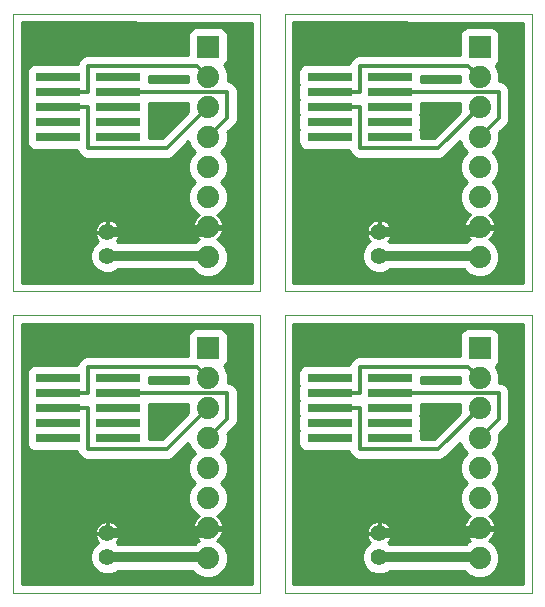
<source format=gtl>
G75*
G70*
%OFA0B0*%
%FSLAX24Y24*%
%IPPOS*%
%LPD*%
%AMOC8*
5,1,8,0,0,1.08239X$1,22.5*
%
%ADD10C,0.0000*%
%ADD11R,0.1500X0.0290*%
%ADD12R,0.0740X0.0740*%
%ADD13C,0.0740*%
%ADD14C,0.0560*%
%ADD15C,0.0320*%
%ADD16C,0.0100*%
%ADD17C,0.0120*%
D10*
X000150Y000150D02*
X000150Y009402D01*
X008400Y009400D01*
X008400Y000150D01*
X000150Y000150D01*
X009205Y000150D02*
X009205Y009402D01*
X017455Y009400D01*
X017455Y000150D01*
X009205Y000150D01*
X009205Y010189D02*
X009205Y019441D01*
X017455Y019439D01*
X017455Y010189D01*
X009205Y010189D01*
X008400Y010189D02*
X008400Y019439D01*
X000150Y019441D01*
X000150Y010189D01*
X008400Y010189D01*
D11*
X010705Y007294D03*
X010705Y006794D03*
X010705Y006294D03*
X010705Y005794D03*
X010705Y005294D03*
X012705Y005294D03*
X012705Y005794D03*
X012705Y006294D03*
X012705Y006794D03*
X012705Y007294D03*
X012705Y015333D03*
X012705Y015833D03*
X012705Y016333D03*
X012705Y016833D03*
X012705Y017333D03*
X010705Y017333D03*
X010705Y016833D03*
X010705Y016333D03*
X010705Y015833D03*
X010705Y015333D03*
X003650Y015333D03*
X003650Y015833D03*
X003650Y016333D03*
X003650Y016833D03*
X003650Y017333D03*
X001650Y017333D03*
X001650Y016833D03*
X001650Y016333D03*
X001650Y015833D03*
X001650Y015333D03*
X001650Y007294D03*
X001650Y006794D03*
X001650Y006294D03*
X001650Y005794D03*
X001650Y005294D03*
X003650Y005294D03*
X003650Y005794D03*
X003650Y006294D03*
X003650Y006794D03*
X003650Y007294D03*
D12*
X006650Y008294D03*
X006650Y018333D03*
X015705Y018333D03*
X015705Y008294D03*
D13*
X015705Y007294D03*
X015705Y006294D03*
X015705Y005294D03*
X015705Y004294D03*
X015705Y003294D03*
X015705Y002294D03*
X015705Y001294D03*
X015705Y011333D03*
X015705Y012333D03*
X015705Y013333D03*
X015705Y014333D03*
X015705Y015333D03*
X015705Y016333D03*
X015705Y017333D03*
X006650Y017333D03*
X006650Y016333D03*
X006650Y015333D03*
X006650Y014333D03*
X006650Y013333D03*
X006650Y012333D03*
X006650Y011333D03*
X006650Y007294D03*
X006650Y006294D03*
X006650Y005294D03*
X006650Y004294D03*
X006650Y003294D03*
X006650Y002294D03*
X006650Y001294D03*
D14*
X003300Y001331D03*
X003300Y002119D03*
X003300Y011370D03*
X003300Y012158D03*
X012355Y012158D03*
X012355Y011370D03*
X012355Y002119D03*
X012355Y001331D03*
D15*
X015668Y001331D01*
X015705Y001294D01*
X015530Y002119D02*
X015705Y002294D01*
X015530Y002119D02*
X012355Y002119D01*
X006650Y002294D02*
X006475Y002119D01*
X003300Y002119D01*
X003300Y001331D02*
X006613Y001331D01*
X006650Y001294D01*
X006650Y011333D02*
X006613Y011370D01*
X003300Y011370D01*
X003300Y012158D02*
X006475Y012158D01*
X006650Y012333D01*
X012355Y012158D02*
X015530Y012158D01*
X015705Y012333D01*
X015668Y011370D02*
X015705Y011333D01*
X015668Y011370D02*
X012355Y011370D01*
D16*
X012711Y011820D02*
X012678Y011854D01*
X012664Y011859D01*
X012683Y011878D01*
X012722Y011933D01*
X012753Y011993D01*
X012774Y012057D01*
X012785Y012124D01*
X012785Y012139D01*
X012374Y012139D01*
X012374Y012177D01*
X012785Y012177D01*
X012785Y012192D01*
X012774Y012259D01*
X012753Y012323D01*
X012722Y012383D01*
X012683Y012438D01*
X012635Y012486D01*
X012580Y012526D01*
X012520Y012556D01*
X012455Y012577D01*
X012389Y012588D01*
X012374Y012588D01*
X012374Y012177D01*
X012336Y012177D01*
X012336Y012588D01*
X012321Y012588D01*
X012254Y012577D01*
X012190Y012556D01*
X012129Y012526D01*
X012075Y012486D01*
X012027Y012438D01*
X011987Y012383D01*
X011956Y012323D01*
X011935Y012259D01*
X011925Y012192D01*
X011925Y012177D01*
X012336Y012177D01*
X012336Y012139D01*
X011925Y012139D01*
X011925Y012124D01*
X011935Y012057D01*
X011956Y011993D01*
X011987Y011933D01*
X012027Y011878D01*
X012045Y011859D01*
X012032Y011854D01*
X011872Y011693D01*
X011785Y011484D01*
X011785Y011257D01*
X011872Y011048D01*
X012032Y010887D01*
X012241Y010800D01*
X012468Y010800D01*
X012678Y010887D01*
X012711Y010920D01*
X015184Y010920D01*
X015331Y010774D01*
X015574Y010673D01*
X015836Y010673D01*
X016079Y010774D01*
X016265Y010959D01*
X016365Y011202D01*
X016365Y011464D01*
X016265Y011707D01*
X016079Y011893D01*
X016018Y011918D01*
X016044Y011936D01*
X016102Y011994D01*
X016150Y012061D01*
X016187Y012133D01*
X016212Y012211D01*
X016224Y012283D01*
X015755Y012283D01*
X015755Y012383D01*
X016224Y012383D01*
X016212Y012455D01*
X016187Y012533D01*
X016150Y012606D01*
X016102Y012672D01*
X016044Y012730D01*
X016018Y012748D01*
X016079Y012774D01*
X016265Y012959D01*
X016365Y013202D01*
X016365Y013464D01*
X016265Y013707D01*
X016138Y013833D01*
X016265Y013959D01*
X016365Y014202D01*
X016365Y014464D01*
X016265Y014707D01*
X016138Y014833D01*
X016265Y014959D01*
X016365Y015202D01*
X016365Y015464D01*
X016355Y015488D01*
X016642Y015775D01*
X016695Y015903D01*
X016695Y016909D01*
X016642Y017038D01*
X016543Y017136D01*
X016415Y017189D01*
X016360Y017189D01*
X016365Y017202D01*
X016365Y017464D01*
X016265Y017707D01*
X016247Y017725D01*
X016321Y017799D01*
X016365Y017905D01*
X016365Y018761D01*
X016321Y018867D01*
X016239Y018949D01*
X016133Y018993D01*
X015277Y018993D01*
X015171Y018949D01*
X015089Y018867D01*
X015045Y018761D01*
X015045Y018058D01*
X011635Y018058D01*
X011507Y018005D01*
X011408Y017906D01*
X011355Y017778D01*
X011355Y017768D01*
X009897Y017768D01*
X009791Y017724D01*
X009709Y017642D01*
X009665Y017536D01*
X009665Y017130D01*
X009685Y017083D01*
X009665Y017036D01*
X009665Y016630D01*
X009685Y016583D01*
X009665Y016536D01*
X009665Y016130D01*
X009685Y016083D01*
X009665Y016036D01*
X009665Y015630D01*
X009685Y015583D01*
X009665Y015536D01*
X009665Y015130D01*
X009709Y015024D01*
X009791Y014942D01*
X009897Y014898D01*
X011355Y014898D01*
X011355Y014888D01*
X011408Y014760D01*
X011507Y014661D01*
X011635Y014608D01*
X014400Y014608D01*
X014528Y014661D01*
X015052Y015185D01*
X015146Y014959D01*
X015272Y014833D01*
X015146Y014707D01*
X015045Y014464D01*
X015045Y014202D01*
X015146Y013959D01*
X015272Y013833D01*
X015146Y013707D01*
X015045Y013464D01*
X015045Y013202D01*
X015146Y012959D01*
X015331Y012774D01*
X015392Y012748D01*
X015366Y012730D01*
X015308Y012672D01*
X015260Y012606D01*
X015223Y012533D01*
X015198Y012455D01*
X015187Y012383D01*
X015655Y012383D01*
X015655Y012283D01*
X015187Y012283D01*
X015198Y012211D01*
X015223Y012133D01*
X015260Y012061D01*
X015308Y011994D01*
X015366Y011936D01*
X015392Y011918D01*
X015331Y011893D01*
X015259Y011820D01*
X012711Y011820D01*
X012676Y011872D02*
X015310Y011872D01*
X015333Y011970D02*
X012742Y011970D01*
X012776Y012069D02*
X015256Y012069D01*
X015212Y012167D02*
X012374Y012167D01*
X012336Y012167D02*
X009495Y012167D01*
X009495Y012069D02*
X011934Y012069D01*
X011968Y011970D02*
X009495Y011970D01*
X009495Y011872D02*
X012033Y011872D01*
X011951Y011773D02*
X009495Y011773D01*
X009495Y011675D02*
X011864Y011675D01*
X011823Y011576D02*
X009495Y011576D01*
X009495Y011478D02*
X011785Y011478D01*
X011785Y011379D02*
X009495Y011379D01*
X009495Y011281D02*
X011785Y011281D01*
X011816Y011182D02*
X009495Y011182D01*
X009495Y011084D02*
X011857Y011084D01*
X011934Y010985D02*
X009495Y010985D01*
X009495Y010887D02*
X012034Y010887D01*
X012676Y010887D02*
X015218Y010887D01*
X015317Y010788D02*
X009495Y010788D01*
X009495Y010690D02*
X015534Y010690D01*
X015876Y010690D02*
X017165Y010690D01*
X017165Y010788D02*
X016093Y010788D01*
X016192Y010887D02*
X017165Y010887D01*
X017165Y010985D02*
X016275Y010985D01*
X016316Y011084D02*
X017165Y011084D01*
X017165Y011182D02*
X016357Y011182D01*
X016365Y011281D02*
X017165Y011281D01*
X017165Y011379D02*
X016365Y011379D01*
X016360Y011478D02*
X017165Y011478D01*
X017165Y011576D02*
X016319Y011576D01*
X016278Y011675D02*
X017165Y011675D01*
X017165Y011773D02*
X016199Y011773D01*
X016100Y011872D02*
X017165Y011872D01*
X017165Y011970D02*
X016077Y011970D01*
X016154Y012069D02*
X017165Y012069D01*
X017165Y012167D02*
X016198Y012167D01*
X016221Y012266D02*
X017165Y012266D01*
X017165Y012364D02*
X015755Y012364D01*
X015655Y012364D02*
X012732Y012364D01*
X012772Y012266D02*
X015189Y012266D01*
X015200Y012463D02*
X012658Y012463D01*
X012505Y012561D02*
X015238Y012561D01*
X015300Y012660D02*
X009495Y012660D01*
X009495Y012758D02*
X015369Y012758D01*
X015248Y012857D02*
X009495Y012857D01*
X009495Y012955D02*
X015150Y012955D01*
X015107Y013054D02*
X009495Y013054D01*
X009495Y013152D02*
X015066Y013152D01*
X015045Y013251D02*
X009495Y013251D01*
X009495Y013349D02*
X015045Y013349D01*
X015045Y013448D02*
X009495Y013448D01*
X009495Y013546D02*
X015079Y013546D01*
X015120Y013645D02*
X009495Y013645D01*
X009495Y013743D02*
X015182Y013743D01*
X015263Y013842D02*
X009495Y013842D01*
X009495Y013940D02*
X015165Y013940D01*
X015113Y014039D02*
X009495Y014039D01*
X009495Y014137D02*
X015072Y014137D01*
X015045Y014236D02*
X009495Y014236D01*
X009495Y014334D02*
X015045Y014334D01*
X015045Y014433D02*
X009495Y014433D01*
X009495Y014531D02*
X015073Y014531D01*
X015114Y014630D02*
X014452Y014630D01*
X014595Y014728D02*
X015167Y014728D01*
X015265Y014827D02*
X014694Y014827D01*
X014792Y014925D02*
X015180Y014925D01*
X015119Y015024D02*
X014891Y015024D01*
X014989Y015122D02*
X015078Y015122D01*
X014492Y015615D02*
X013739Y015615D01*
X013745Y015630D02*
X013745Y016036D01*
X013726Y016083D01*
X013745Y016130D01*
X013745Y016483D01*
X015053Y016483D01*
X015045Y016464D01*
X015045Y016202D01*
X015055Y016178D01*
X014185Y015308D01*
X013745Y015308D01*
X013745Y015536D01*
X013726Y015583D01*
X013745Y015630D01*
X013745Y015713D02*
X014590Y015713D01*
X014689Y015812D02*
X013745Y015812D01*
X013745Y015910D02*
X014787Y015910D01*
X014886Y016009D02*
X013745Y016009D01*
X013735Y016107D02*
X014984Y016107D01*
X015045Y016206D02*
X013745Y016206D01*
X013745Y016304D02*
X015045Y016304D01*
X015045Y016403D02*
X013745Y016403D01*
X013745Y017183D02*
X013745Y017358D01*
X015045Y017358D01*
X015045Y017202D01*
X015053Y017183D01*
X013745Y017183D01*
X013745Y017191D02*
X015050Y017191D01*
X015045Y017289D02*
X013745Y017289D01*
X015045Y018077D02*
X009495Y018077D01*
X009495Y017979D02*
X011481Y017979D01*
X011398Y017880D02*
X009495Y017880D01*
X009495Y017782D02*
X011357Y017782D01*
X009750Y017683D02*
X009495Y017683D01*
X009495Y017585D02*
X009685Y017585D01*
X009665Y017486D02*
X009495Y017486D01*
X009495Y017388D02*
X009665Y017388D01*
X009665Y017289D02*
X009495Y017289D01*
X009495Y017191D02*
X009665Y017191D01*
X009681Y017092D02*
X009495Y017092D01*
X009495Y016994D02*
X009665Y016994D01*
X009665Y016895D02*
X009495Y016895D01*
X009495Y016797D02*
X009665Y016797D01*
X009665Y016698D02*
X009495Y016698D01*
X009495Y016600D02*
X009678Y016600D01*
X009665Y016501D02*
X009495Y016501D01*
X009495Y016403D02*
X009665Y016403D01*
X009665Y016304D02*
X009495Y016304D01*
X009495Y016206D02*
X009665Y016206D01*
X009675Y016107D02*
X009495Y016107D01*
X009495Y016009D02*
X009665Y016009D01*
X009665Y015910D02*
X009495Y015910D01*
X009495Y015812D02*
X009665Y015812D01*
X009665Y015713D02*
X009495Y015713D01*
X009495Y015615D02*
X009672Y015615D01*
X009665Y015516D02*
X009495Y015516D01*
X009495Y015418D02*
X009665Y015418D01*
X009665Y015319D02*
X009495Y015319D01*
X009495Y015221D02*
X009665Y015221D01*
X009669Y015122D02*
X009495Y015122D01*
X009495Y015024D02*
X009710Y015024D01*
X009832Y014925D02*
X009495Y014925D01*
X009495Y014827D02*
X011381Y014827D01*
X011440Y014728D02*
X009495Y014728D01*
X009495Y014630D02*
X011584Y014630D01*
X012204Y012561D02*
X009495Y012561D01*
X009495Y012463D02*
X012051Y012463D01*
X011977Y012364D02*
X009495Y012364D01*
X009495Y012266D02*
X011938Y012266D01*
X012336Y012266D02*
X012374Y012266D01*
X012374Y012364D02*
X012336Y012364D01*
X012336Y012463D02*
X012374Y012463D01*
X012374Y012561D02*
X012336Y012561D01*
X013745Y015319D02*
X014196Y015319D01*
X014295Y015418D02*
X013745Y015418D01*
X013745Y015516D02*
X014393Y015516D01*
X016145Y014827D02*
X017165Y014827D01*
X017165Y014925D02*
X016230Y014925D01*
X016291Y015024D02*
X017165Y015024D01*
X017165Y015122D02*
X016332Y015122D01*
X016365Y015221D02*
X017165Y015221D01*
X017165Y015319D02*
X016365Y015319D01*
X016365Y015418D02*
X017165Y015418D01*
X017165Y015516D02*
X016383Y015516D01*
X016482Y015615D02*
X017165Y015615D01*
X017165Y015713D02*
X016580Y015713D01*
X016657Y015812D02*
X017165Y015812D01*
X017165Y015910D02*
X016695Y015910D01*
X016695Y016009D02*
X017165Y016009D01*
X017165Y016107D02*
X016695Y016107D01*
X016695Y016206D02*
X017165Y016206D01*
X017165Y016304D02*
X016695Y016304D01*
X016695Y016403D02*
X017165Y016403D01*
X017165Y016501D02*
X016695Y016501D01*
X016695Y016600D02*
X017165Y016600D01*
X017165Y016698D02*
X016695Y016698D01*
X016695Y016797D02*
X017165Y016797D01*
X017165Y016895D02*
X016695Y016895D01*
X016660Y016994D02*
X017165Y016994D01*
X017165Y017092D02*
X016587Y017092D01*
X016360Y017191D02*
X017165Y017191D01*
X017165Y017289D02*
X016365Y017289D01*
X016365Y017388D02*
X017165Y017388D01*
X017165Y017486D02*
X016356Y017486D01*
X016315Y017585D02*
X017165Y017585D01*
X017165Y017683D02*
X016275Y017683D01*
X016304Y017782D02*
X017165Y017782D01*
X017165Y017880D02*
X016355Y017880D01*
X016365Y017979D02*
X017165Y017979D01*
X017165Y018077D02*
X016365Y018077D01*
X016365Y018176D02*
X017165Y018176D01*
X017165Y018274D02*
X016365Y018274D01*
X016365Y018373D02*
X017165Y018373D01*
X017165Y018471D02*
X016365Y018471D01*
X016365Y018570D02*
X017165Y018570D01*
X017165Y018668D02*
X016365Y018668D01*
X016363Y018767D02*
X017165Y018767D01*
X017165Y018865D02*
X016322Y018865D01*
X016204Y018964D02*
X017165Y018964D01*
X017165Y019062D02*
X009495Y019062D01*
X009495Y019151D02*
X017165Y019149D01*
X017165Y010479D01*
X009495Y010479D01*
X009495Y019151D01*
X009495Y018964D02*
X015206Y018964D01*
X015088Y018865D02*
X009495Y018865D01*
X009495Y018767D02*
X015048Y018767D01*
X015045Y018668D02*
X009495Y018668D01*
X009495Y018570D02*
X015045Y018570D01*
X015045Y018471D02*
X009495Y018471D01*
X009495Y018373D02*
X015045Y018373D01*
X015045Y018274D02*
X009495Y018274D01*
X009495Y018176D02*
X015045Y018176D01*
X016244Y014728D02*
X017165Y014728D01*
X017165Y014630D02*
X016297Y014630D01*
X016337Y014531D02*
X017165Y014531D01*
X017165Y014433D02*
X016365Y014433D01*
X016365Y014334D02*
X017165Y014334D01*
X017165Y014236D02*
X016365Y014236D01*
X016338Y014137D02*
X017165Y014137D01*
X017165Y014039D02*
X016297Y014039D01*
X016245Y013940D02*
X017165Y013940D01*
X017165Y013842D02*
X016147Y013842D01*
X016229Y013743D02*
X017165Y013743D01*
X017165Y013645D02*
X016290Y013645D01*
X016331Y013546D02*
X017165Y013546D01*
X017165Y013448D02*
X016365Y013448D01*
X016365Y013349D02*
X017165Y013349D01*
X017165Y013251D02*
X016365Y013251D01*
X016345Y013152D02*
X017165Y013152D01*
X017165Y013054D02*
X016304Y013054D01*
X016260Y012955D02*
X017165Y012955D01*
X017165Y012857D02*
X016162Y012857D01*
X016042Y012758D02*
X017165Y012758D01*
X017165Y012660D02*
X016111Y012660D01*
X016173Y012561D02*
X017165Y012561D01*
X017165Y012463D02*
X016210Y012463D01*
X017165Y010591D02*
X009495Y010591D01*
X009495Y010493D02*
X017165Y010493D01*
X017165Y009110D02*
X009495Y009112D01*
X009495Y000440D01*
X017165Y000440D01*
X017165Y009110D01*
X017165Y009015D02*
X009495Y009015D01*
X009495Y008917D02*
X015188Y008917D01*
X015171Y008910D02*
X015089Y008828D01*
X015045Y008721D01*
X015045Y008019D01*
X011635Y008019D01*
X011507Y007965D01*
X011408Y007867D01*
X011355Y007738D01*
X011355Y007729D01*
X009897Y007729D01*
X009791Y007685D01*
X009709Y007603D01*
X009665Y007496D01*
X009665Y007091D01*
X009685Y007044D01*
X009665Y006996D01*
X009665Y006591D01*
X009685Y006544D01*
X009665Y006496D01*
X009665Y006091D01*
X009685Y006044D01*
X009665Y005996D01*
X009665Y005591D01*
X009685Y005544D01*
X009665Y005496D01*
X009665Y005091D01*
X009709Y004984D01*
X009791Y004903D01*
X009897Y004859D01*
X011355Y004859D01*
X011355Y004849D01*
X011408Y004720D01*
X011507Y004622D01*
X011635Y004569D01*
X014400Y004569D01*
X014528Y004622D01*
X015052Y005146D01*
X015146Y004920D01*
X015272Y004794D01*
X015146Y004668D01*
X015045Y004425D01*
X015045Y004162D01*
X015146Y003920D01*
X015272Y003794D01*
X015146Y003668D01*
X015045Y003425D01*
X015045Y003162D01*
X015146Y002920D01*
X015331Y002734D01*
X015392Y002709D01*
X015366Y002690D01*
X015308Y002632D01*
X015260Y002566D01*
X015223Y002493D01*
X015198Y002415D01*
X015187Y002344D01*
X015655Y002344D01*
X015655Y002244D01*
X015187Y002244D01*
X015198Y002172D01*
X015223Y002094D01*
X015260Y002021D01*
X015308Y001955D01*
X015366Y001897D01*
X015392Y001878D01*
X015331Y001853D01*
X015259Y001781D01*
X012711Y001781D01*
X012678Y001814D01*
X012664Y001820D01*
X012683Y001838D01*
X012722Y001893D01*
X012753Y001953D01*
X012774Y002018D01*
X012785Y002085D01*
X012785Y002100D01*
X012374Y002100D01*
X012374Y002137D01*
X012785Y002137D01*
X012785Y002152D01*
X012774Y002219D01*
X012753Y002284D01*
X012722Y002344D01*
X012683Y002399D01*
X012635Y002446D01*
X012580Y002486D01*
X012520Y002517D01*
X012455Y002538D01*
X012389Y002549D01*
X012374Y002549D01*
X012374Y002137D01*
X012336Y002137D01*
X012336Y002100D01*
X011925Y002100D01*
X011925Y002085D01*
X011935Y002018D01*
X011956Y001953D01*
X011987Y001893D01*
X012027Y001838D01*
X012045Y001820D01*
X012032Y001814D01*
X011872Y001654D01*
X011785Y001444D01*
X011785Y001218D01*
X011872Y001008D01*
X012032Y000848D01*
X012241Y000761D01*
X012468Y000761D01*
X012678Y000848D01*
X012711Y000881D01*
X015184Y000881D01*
X015331Y000734D01*
X015574Y000634D01*
X015836Y000634D01*
X016079Y000734D01*
X016265Y000920D01*
X016365Y001162D01*
X016365Y001425D01*
X016265Y001668D01*
X016079Y001853D01*
X016018Y001878D01*
X016044Y001897D01*
X016102Y001955D01*
X016150Y002021D01*
X016187Y002094D01*
X016212Y002172D01*
X016224Y002244D01*
X015755Y002244D01*
X015755Y002344D01*
X016224Y002344D01*
X016212Y002415D01*
X016187Y002493D01*
X016150Y002566D01*
X016102Y002632D01*
X016044Y002690D01*
X016018Y002709D01*
X016079Y002734D01*
X016265Y002920D01*
X016365Y003162D01*
X016365Y003425D01*
X016265Y003668D01*
X016138Y003794D01*
X016265Y003920D01*
X016365Y004162D01*
X016365Y004425D01*
X016265Y004668D01*
X016138Y004794D01*
X016265Y004920D01*
X016365Y005162D01*
X016365Y005425D01*
X016355Y005449D01*
X016642Y005735D01*
X016695Y005864D01*
X016695Y006870D01*
X016642Y006998D01*
X016543Y007097D01*
X016415Y007150D01*
X016360Y007150D01*
X016365Y007162D01*
X016365Y007425D01*
X016265Y007668D01*
X016247Y007685D01*
X016321Y007759D01*
X016365Y007866D01*
X016365Y008721D01*
X016321Y008828D01*
X016239Y008910D01*
X016133Y008954D01*
X015277Y008954D01*
X015171Y008910D01*
X015085Y008818D02*
X009495Y008818D01*
X009495Y008720D02*
X015045Y008720D01*
X015045Y008621D02*
X009495Y008621D01*
X009495Y008523D02*
X015045Y008523D01*
X015045Y008424D02*
X009495Y008424D01*
X009495Y008326D02*
X015045Y008326D01*
X015045Y008227D02*
X009495Y008227D01*
X009495Y008129D02*
X015045Y008129D01*
X015045Y008030D02*
X009495Y008030D01*
X009495Y007932D02*
X011473Y007932D01*
X011394Y007833D02*
X009495Y007833D01*
X009495Y007735D02*
X011355Y007735D01*
X009742Y007636D02*
X009495Y007636D01*
X009495Y007538D02*
X009682Y007538D01*
X009665Y007439D02*
X009495Y007439D01*
X009495Y007341D02*
X009665Y007341D01*
X009665Y007242D02*
X009495Y007242D01*
X009495Y007144D02*
X009665Y007144D01*
X009684Y007045D02*
X009495Y007045D01*
X009495Y006947D02*
X009665Y006947D01*
X009665Y006848D02*
X009495Y006848D01*
X009495Y006750D02*
X009665Y006750D01*
X009665Y006651D02*
X009495Y006651D01*
X009495Y006553D02*
X009681Y006553D01*
X009665Y006454D02*
X009495Y006454D01*
X009495Y006356D02*
X009665Y006356D01*
X009665Y006257D02*
X009495Y006257D01*
X009495Y006159D02*
X009665Y006159D01*
X009678Y006060D02*
X009495Y006060D01*
X009495Y005962D02*
X009665Y005962D01*
X009665Y005863D02*
X009495Y005863D01*
X009495Y005765D02*
X009665Y005765D01*
X009665Y005666D02*
X009495Y005666D01*
X009495Y005568D02*
X009675Y005568D01*
X009665Y005469D02*
X009495Y005469D01*
X009495Y005371D02*
X009665Y005371D01*
X009665Y005272D02*
X009495Y005272D01*
X009495Y005174D02*
X009665Y005174D01*
X009672Y005075D02*
X009495Y005075D01*
X009495Y004977D02*
X009717Y004977D01*
X009851Y004878D02*
X009495Y004878D01*
X009495Y004780D02*
X011384Y004780D01*
X011448Y004681D02*
X009495Y004681D01*
X009495Y004583D02*
X011602Y004583D01*
X012254Y002538D02*
X012321Y002549D01*
X012336Y002549D01*
X012336Y002137D01*
X011925Y002137D01*
X011925Y002152D01*
X011935Y002219D01*
X011956Y002284D01*
X011987Y002344D01*
X012027Y002399D01*
X012075Y002446D01*
X012129Y002486D01*
X012190Y002517D01*
X012254Y002538D01*
X012184Y002514D02*
X009495Y002514D01*
X009495Y002416D02*
X012044Y002416D01*
X011973Y002317D02*
X009495Y002317D01*
X009495Y002219D02*
X011935Y002219D01*
X011935Y002022D02*
X009495Y002022D01*
X009495Y002120D02*
X012336Y002120D01*
X012374Y002120D02*
X015215Y002120D01*
X015191Y002219D02*
X012774Y002219D01*
X012736Y002317D02*
X015655Y002317D01*
X015755Y002317D02*
X017165Y002317D01*
X017165Y002219D02*
X016220Y002219D01*
X016195Y002120D02*
X017165Y002120D01*
X017165Y002022D02*
X016150Y002022D01*
X016070Y001923D02*
X017165Y001923D01*
X017165Y001825D02*
X016108Y001825D01*
X016206Y001726D02*
X017165Y001726D01*
X017165Y001628D02*
X016281Y001628D01*
X016322Y001529D02*
X017165Y001529D01*
X017165Y001431D02*
X016363Y001431D01*
X016365Y001332D02*
X017165Y001332D01*
X017165Y001234D02*
X016365Y001234D01*
X016354Y001135D02*
X017165Y001135D01*
X017165Y001037D02*
X016313Y001037D01*
X016272Y000938D02*
X017165Y000938D01*
X017165Y000840D02*
X016184Y000840D01*
X016086Y000741D02*
X017165Y000741D01*
X017165Y000643D02*
X015858Y000643D01*
X015553Y000643D02*
X009495Y000643D01*
X009495Y000741D02*
X015324Y000741D01*
X015226Y000840D02*
X012657Y000840D01*
X012052Y000840D02*
X009495Y000840D01*
X009495Y000938D02*
X011942Y000938D01*
X011860Y001037D02*
X009495Y001037D01*
X009495Y001135D02*
X011819Y001135D01*
X011785Y001234D02*
X009495Y001234D01*
X009495Y001332D02*
X011785Y001332D01*
X011785Y001431D02*
X009495Y001431D01*
X009495Y001529D02*
X011820Y001529D01*
X011861Y001628D02*
X009495Y001628D01*
X009495Y001726D02*
X011944Y001726D01*
X012041Y001825D02*
X009495Y001825D01*
X009495Y001923D02*
X011972Y001923D01*
X012336Y002219D02*
X012374Y002219D01*
X012374Y002317D02*
X012336Y002317D01*
X012336Y002416D02*
X012374Y002416D01*
X012374Y002514D02*
X012336Y002514D01*
X012526Y002514D02*
X015234Y002514D01*
X015198Y002416D02*
X012666Y002416D01*
X012775Y002022D02*
X015260Y002022D01*
X015340Y001923D02*
X012738Y001923D01*
X012669Y001825D02*
X015303Y001825D01*
X015294Y002613D02*
X009495Y002613D01*
X009495Y002711D02*
X015387Y002711D01*
X015256Y002810D02*
X009495Y002810D01*
X009495Y002908D02*
X015157Y002908D01*
X015110Y003007D02*
X009495Y003007D01*
X009495Y003105D02*
X015069Y003105D01*
X015045Y003204D02*
X009495Y003204D01*
X009495Y003302D02*
X015045Y003302D01*
X015045Y003401D02*
X009495Y003401D01*
X009495Y003499D02*
X015076Y003499D01*
X015117Y003598D02*
X009495Y003598D01*
X009495Y003696D02*
X015174Y003696D01*
X015271Y003795D02*
X009495Y003795D01*
X009495Y003893D02*
X015172Y003893D01*
X015116Y003992D02*
X009495Y003992D01*
X009495Y004090D02*
X015075Y004090D01*
X015045Y004189D02*
X009495Y004189D01*
X009495Y004287D02*
X015045Y004287D01*
X015045Y004386D02*
X009495Y004386D01*
X009495Y004484D02*
X015070Y004484D01*
X015110Y004583D02*
X014433Y004583D01*
X014587Y004681D02*
X015159Y004681D01*
X015258Y004780D02*
X014686Y004780D01*
X014784Y004878D02*
X015187Y004878D01*
X015122Y004977D02*
X014883Y004977D01*
X014981Y005075D02*
X015081Y005075D01*
X014582Y005666D02*
X013745Y005666D01*
X013745Y005591D02*
X013745Y005996D01*
X013726Y006044D01*
X013745Y006091D01*
X013745Y006444D01*
X015053Y006444D01*
X015045Y006425D01*
X015045Y006162D01*
X015055Y006139D01*
X014185Y005269D01*
X013745Y005269D01*
X013745Y005496D01*
X013726Y005544D01*
X013745Y005591D01*
X013735Y005568D02*
X014484Y005568D01*
X014385Y005469D02*
X013745Y005469D01*
X013745Y005371D02*
X014287Y005371D01*
X014188Y005272D02*
X013745Y005272D01*
X013745Y005765D02*
X014681Y005765D01*
X014779Y005863D02*
X013745Y005863D01*
X013745Y005962D02*
X014878Y005962D01*
X014976Y006060D02*
X013732Y006060D01*
X013745Y006159D02*
X015047Y006159D01*
X015045Y006257D02*
X013745Y006257D01*
X013745Y006356D02*
X015045Y006356D01*
X015053Y007144D02*
X013745Y007144D01*
X013745Y007319D01*
X015045Y007319D01*
X015045Y007162D01*
X015053Y007144D01*
X015045Y007242D02*
X013745Y007242D01*
X016153Y004780D02*
X017165Y004780D01*
X017165Y004878D02*
X016223Y004878D01*
X016288Y004977D02*
X017165Y004977D01*
X017165Y005075D02*
X016329Y005075D01*
X016365Y005174D02*
X017165Y005174D01*
X017165Y005272D02*
X016365Y005272D01*
X016365Y005371D02*
X017165Y005371D01*
X017165Y005469D02*
X016375Y005469D01*
X016474Y005568D02*
X017165Y005568D01*
X017165Y005666D02*
X016572Y005666D01*
X016654Y005765D02*
X017165Y005765D01*
X017165Y005863D02*
X016695Y005863D01*
X016695Y005962D02*
X017165Y005962D01*
X017165Y006060D02*
X016695Y006060D01*
X016695Y006159D02*
X017165Y006159D01*
X017165Y006257D02*
X016695Y006257D01*
X016695Y006356D02*
X017165Y006356D01*
X017165Y006454D02*
X016695Y006454D01*
X016695Y006553D02*
X017165Y006553D01*
X017165Y006651D02*
X016695Y006651D01*
X016695Y006750D02*
X017165Y006750D01*
X017165Y006848D02*
X016695Y006848D01*
X016663Y006947D02*
X017165Y006947D01*
X017165Y007045D02*
X016595Y007045D01*
X016430Y007144D02*
X017165Y007144D01*
X017165Y007242D02*
X016365Y007242D01*
X016365Y007341D02*
X017165Y007341D01*
X017165Y007439D02*
X016359Y007439D01*
X016319Y007538D02*
X017165Y007538D01*
X017165Y007636D02*
X016278Y007636D01*
X016296Y007735D02*
X017165Y007735D01*
X017165Y007833D02*
X016351Y007833D01*
X016365Y007932D02*
X017165Y007932D01*
X017165Y008030D02*
X016365Y008030D01*
X016365Y008129D02*
X017165Y008129D01*
X017165Y008227D02*
X016365Y008227D01*
X016365Y008326D02*
X017165Y008326D01*
X017165Y008424D02*
X016365Y008424D01*
X016365Y008523D02*
X017165Y008523D01*
X017165Y008621D02*
X016365Y008621D01*
X016365Y008720D02*
X017165Y008720D01*
X017165Y008818D02*
X016325Y008818D01*
X016223Y008917D02*
X017165Y008917D01*
X017165Y004681D02*
X016251Y004681D01*
X016300Y004583D02*
X017165Y004583D01*
X017165Y004484D02*
X016341Y004484D01*
X016365Y004386D02*
X017165Y004386D01*
X017165Y004287D02*
X016365Y004287D01*
X016365Y004189D02*
X017165Y004189D01*
X017165Y004090D02*
X016335Y004090D01*
X016294Y003992D02*
X017165Y003992D01*
X017165Y003893D02*
X016238Y003893D01*
X016139Y003795D02*
X017165Y003795D01*
X017165Y003696D02*
X016236Y003696D01*
X016294Y003598D02*
X017165Y003598D01*
X017165Y003499D02*
X016334Y003499D01*
X016365Y003401D02*
X017165Y003401D01*
X017165Y003302D02*
X016365Y003302D01*
X016365Y003204D02*
X017165Y003204D01*
X017165Y003105D02*
X016341Y003105D01*
X016301Y003007D02*
X017165Y003007D01*
X017165Y002908D02*
X016253Y002908D01*
X016154Y002810D02*
X017165Y002810D01*
X017165Y002711D02*
X016023Y002711D01*
X016116Y002613D02*
X017165Y002613D01*
X017165Y002514D02*
X016176Y002514D01*
X016212Y002416D02*
X017165Y002416D01*
X017165Y000544D02*
X009495Y000544D01*
X009495Y000446D02*
X017165Y000446D01*
X008110Y000446D02*
X000440Y000446D01*
X000440Y000440D02*
X000440Y009112D01*
X008110Y009110D01*
X008110Y000440D01*
X000440Y000440D01*
X000440Y000544D02*
X008110Y000544D01*
X008110Y000643D02*
X006803Y000643D01*
X006781Y000634D02*
X007024Y000734D01*
X007210Y000920D01*
X007310Y001162D01*
X007310Y001425D01*
X007210Y001668D01*
X007024Y001853D01*
X006963Y001878D01*
X006989Y001897D01*
X007047Y001955D01*
X007095Y002021D01*
X007132Y002094D01*
X007157Y002172D01*
X007169Y002244D01*
X006700Y002244D01*
X006700Y002344D01*
X007169Y002344D01*
X007157Y002415D01*
X007132Y002493D01*
X007095Y002566D01*
X007047Y002632D01*
X006989Y002690D01*
X006963Y002709D01*
X007024Y002734D01*
X007210Y002920D01*
X007310Y003162D01*
X007310Y003425D01*
X007210Y003668D01*
X007083Y003794D01*
X007210Y003920D01*
X007310Y004162D01*
X007310Y004425D01*
X007210Y004668D01*
X007083Y004794D01*
X007210Y004920D01*
X007310Y005162D01*
X007310Y005425D01*
X007300Y005449D01*
X007587Y005735D01*
X007640Y005864D01*
X007640Y006870D01*
X007587Y006998D01*
X007488Y007097D01*
X007360Y007150D01*
X007305Y007150D01*
X007310Y007162D01*
X007310Y007425D01*
X007210Y007668D01*
X007192Y007685D01*
X007266Y007759D01*
X007310Y007866D01*
X007310Y008721D01*
X007266Y008828D01*
X007184Y008910D01*
X007078Y008954D01*
X006222Y008954D01*
X006116Y008910D01*
X006034Y008828D01*
X005990Y008721D01*
X005990Y008019D01*
X002580Y008019D01*
X002452Y007965D01*
X002353Y007867D01*
X002300Y007738D01*
X002300Y007729D01*
X000842Y007729D01*
X000736Y007685D01*
X000654Y007603D01*
X000610Y007496D01*
X000610Y007091D01*
X000630Y007044D01*
X000610Y006996D01*
X000610Y006591D01*
X000630Y006544D01*
X000610Y006496D01*
X000610Y006091D01*
X000630Y006044D01*
X000610Y005996D01*
X000610Y005591D01*
X000630Y005544D01*
X000610Y005496D01*
X000610Y005091D01*
X000654Y004984D01*
X000736Y004903D01*
X000842Y004859D01*
X002300Y004859D01*
X002300Y004849D01*
X002353Y004720D01*
X002452Y004622D01*
X002580Y004569D01*
X005345Y004569D01*
X005473Y004622D01*
X005997Y005146D01*
X006090Y004920D01*
X006217Y004794D01*
X006090Y004668D01*
X005990Y004425D01*
X005990Y004162D01*
X006090Y003920D01*
X006217Y003794D01*
X006090Y003668D01*
X005990Y003425D01*
X005990Y003162D01*
X006090Y002920D01*
X006276Y002734D01*
X006337Y002709D01*
X006311Y002690D01*
X006253Y002632D01*
X006205Y002566D01*
X006168Y002493D01*
X006143Y002415D01*
X006131Y002344D01*
X006600Y002344D01*
X006600Y002244D01*
X006131Y002244D01*
X006143Y002172D01*
X006168Y002094D01*
X006205Y002021D01*
X006253Y001955D01*
X006311Y001897D01*
X006337Y001878D01*
X006276Y001853D01*
X006204Y001781D01*
X003656Y001781D01*
X003622Y001814D01*
X003609Y001820D01*
X003628Y001838D01*
X003667Y001893D01*
X003698Y001953D01*
X003719Y002018D01*
X003730Y002085D01*
X003730Y002100D01*
X003319Y002100D01*
X003319Y002137D01*
X003730Y002137D01*
X003730Y002152D01*
X003719Y002219D01*
X003698Y002284D01*
X003667Y002344D01*
X003628Y002399D01*
X003580Y002446D01*
X003525Y002486D01*
X003465Y002517D01*
X003400Y002538D01*
X003333Y002549D01*
X003319Y002549D01*
X003319Y002137D01*
X003281Y002137D01*
X003281Y002100D01*
X002870Y002100D01*
X002870Y002085D01*
X002880Y002018D01*
X002901Y001953D01*
X002932Y001893D01*
X002972Y001838D01*
X002990Y001820D01*
X002977Y001814D01*
X002816Y001654D01*
X002730Y001444D01*
X002730Y001218D01*
X002816Y001008D01*
X002977Y000848D01*
X003186Y000761D01*
X003413Y000761D01*
X003622Y000848D01*
X003656Y000881D01*
X006129Y000881D01*
X006276Y000734D01*
X006519Y000634D01*
X006781Y000634D01*
X007031Y000741D02*
X008110Y000741D01*
X008110Y000840D02*
X007129Y000840D01*
X007217Y000938D02*
X008110Y000938D01*
X008110Y001037D02*
X007258Y001037D01*
X007299Y001135D02*
X008110Y001135D01*
X008110Y001234D02*
X007310Y001234D01*
X007310Y001332D02*
X008110Y001332D01*
X008110Y001431D02*
X007308Y001431D01*
X007267Y001529D02*
X008110Y001529D01*
X008110Y001628D02*
X007226Y001628D01*
X007151Y001726D02*
X008110Y001726D01*
X008110Y001825D02*
X007053Y001825D01*
X007015Y001923D02*
X008110Y001923D01*
X008110Y002022D02*
X007095Y002022D01*
X007140Y002120D02*
X008110Y002120D01*
X008110Y002219D02*
X007165Y002219D01*
X007157Y002416D02*
X008110Y002416D01*
X008110Y002514D02*
X007121Y002514D01*
X007061Y002613D02*
X008110Y002613D01*
X008110Y002711D02*
X006968Y002711D01*
X007099Y002810D02*
X008110Y002810D01*
X008110Y002908D02*
X007198Y002908D01*
X007245Y003007D02*
X008110Y003007D01*
X008110Y003105D02*
X007286Y003105D01*
X007310Y003204D02*
X008110Y003204D01*
X008110Y003302D02*
X007310Y003302D01*
X007310Y003401D02*
X008110Y003401D01*
X008110Y003499D02*
X007279Y003499D01*
X007239Y003598D02*
X008110Y003598D01*
X008110Y003696D02*
X007181Y003696D01*
X007084Y003795D02*
X008110Y003795D01*
X008110Y003893D02*
X007183Y003893D01*
X007239Y003992D02*
X008110Y003992D01*
X008110Y004090D02*
X007280Y004090D01*
X007310Y004189D02*
X008110Y004189D01*
X008110Y004287D02*
X007310Y004287D01*
X007310Y004386D02*
X008110Y004386D01*
X008110Y004484D02*
X007286Y004484D01*
X007245Y004583D02*
X008110Y004583D01*
X008110Y004681D02*
X007196Y004681D01*
X007098Y004780D02*
X008110Y004780D01*
X008110Y004878D02*
X007168Y004878D01*
X007233Y004977D02*
X008110Y004977D01*
X008110Y005075D02*
X007274Y005075D01*
X007310Y005174D02*
X008110Y005174D01*
X008110Y005272D02*
X007310Y005272D01*
X007310Y005371D02*
X008110Y005371D01*
X008110Y005469D02*
X007320Y005469D01*
X007419Y005568D02*
X008110Y005568D01*
X008110Y005666D02*
X007517Y005666D01*
X007599Y005765D02*
X008110Y005765D01*
X008110Y005863D02*
X007640Y005863D01*
X007640Y005962D02*
X008110Y005962D01*
X008110Y006060D02*
X007640Y006060D01*
X007640Y006159D02*
X008110Y006159D01*
X008110Y006257D02*
X007640Y006257D01*
X007640Y006356D02*
X008110Y006356D01*
X008110Y006454D02*
X007640Y006454D01*
X007640Y006553D02*
X008110Y006553D01*
X008110Y006651D02*
X007640Y006651D01*
X007640Y006750D02*
X008110Y006750D01*
X008110Y006848D02*
X007640Y006848D01*
X007608Y006947D02*
X008110Y006947D01*
X008110Y007045D02*
X007540Y007045D01*
X007375Y007144D02*
X008110Y007144D01*
X008110Y007242D02*
X007310Y007242D01*
X007310Y007341D02*
X008110Y007341D01*
X008110Y007439D02*
X007304Y007439D01*
X007263Y007538D02*
X008110Y007538D01*
X008110Y007636D02*
X007223Y007636D01*
X007241Y007735D02*
X008110Y007735D01*
X008110Y007833D02*
X007296Y007833D01*
X007310Y007932D02*
X008110Y007932D01*
X008110Y008030D02*
X007310Y008030D01*
X007310Y008129D02*
X008110Y008129D01*
X008110Y008227D02*
X007310Y008227D01*
X007310Y008326D02*
X008110Y008326D01*
X008110Y008424D02*
X007310Y008424D01*
X007310Y008523D02*
X008110Y008523D01*
X008110Y008621D02*
X007310Y008621D01*
X007310Y008720D02*
X008110Y008720D01*
X008110Y008818D02*
X007270Y008818D01*
X007167Y008917D02*
X008110Y008917D01*
X008110Y009015D02*
X000440Y009015D01*
X000440Y008917D02*
X006133Y008917D01*
X006030Y008818D02*
X000440Y008818D01*
X000440Y008720D02*
X005990Y008720D01*
X005990Y008621D02*
X000440Y008621D01*
X000440Y008523D02*
X005990Y008523D01*
X005990Y008424D02*
X000440Y008424D01*
X000440Y008326D02*
X005990Y008326D01*
X005990Y008227D02*
X000440Y008227D01*
X000440Y008129D02*
X005990Y008129D01*
X005990Y008030D02*
X000440Y008030D01*
X000440Y007932D02*
X002418Y007932D01*
X002339Y007833D02*
X000440Y007833D01*
X000440Y007735D02*
X002300Y007735D01*
X000687Y007636D02*
X000440Y007636D01*
X000440Y007538D02*
X000627Y007538D01*
X000610Y007439D02*
X000440Y007439D01*
X000440Y007341D02*
X000610Y007341D01*
X000610Y007242D02*
X000440Y007242D01*
X000440Y007144D02*
X000610Y007144D01*
X000629Y007045D02*
X000440Y007045D01*
X000440Y006947D02*
X000610Y006947D01*
X000610Y006848D02*
X000440Y006848D01*
X000440Y006750D02*
X000610Y006750D01*
X000610Y006651D02*
X000440Y006651D01*
X000440Y006553D02*
X000626Y006553D01*
X000610Y006454D02*
X000440Y006454D01*
X000440Y006356D02*
X000610Y006356D01*
X000610Y006257D02*
X000440Y006257D01*
X000440Y006159D02*
X000610Y006159D01*
X000623Y006060D02*
X000440Y006060D01*
X000440Y005962D02*
X000610Y005962D01*
X000610Y005863D02*
X000440Y005863D01*
X000440Y005765D02*
X000610Y005765D01*
X000610Y005666D02*
X000440Y005666D01*
X000440Y005568D02*
X000620Y005568D01*
X000610Y005469D02*
X000440Y005469D01*
X000440Y005371D02*
X000610Y005371D01*
X000610Y005272D02*
X000440Y005272D01*
X000440Y005174D02*
X000610Y005174D01*
X000617Y005075D02*
X000440Y005075D01*
X000440Y004977D02*
X000662Y004977D01*
X000796Y004878D02*
X000440Y004878D01*
X000440Y004780D02*
X002329Y004780D01*
X002393Y004681D02*
X000440Y004681D01*
X000440Y004583D02*
X002547Y004583D01*
X003199Y002538D02*
X003266Y002549D01*
X003281Y002549D01*
X003281Y002137D01*
X002870Y002137D01*
X002870Y002152D01*
X002880Y002219D01*
X002901Y002284D01*
X002932Y002344D01*
X002972Y002399D01*
X003019Y002446D01*
X003074Y002486D01*
X003135Y002517D01*
X003199Y002538D01*
X003129Y002514D02*
X000440Y002514D01*
X000440Y002416D02*
X002988Y002416D01*
X002918Y002317D02*
X000440Y002317D01*
X000440Y002219D02*
X002880Y002219D01*
X002880Y002022D02*
X000440Y002022D01*
X000440Y002120D02*
X003281Y002120D01*
X003319Y002120D02*
X006160Y002120D01*
X006135Y002219D02*
X003719Y002219D01*
X003681Y002317D02*
X006600Y002317D01*
X006700Y002317D02*
X008110Y002317D01*
X006497Y000643D02*
X000440Y000643D01*
X000440Y000741D02*
X006269Y000741D01*
X006171Y000840D02*
X003602Y000840D01*
X002997Y000840D02*
X000440Y000840D01*
X000440Y000938D02*
X002887Y000938D01*
X002805Y001037D02*
X000440Y001037D01*
X000440Y001135D02*
X002764Y001135D01*
X002730Y001234D02*
X000440Y001234D01*
X000440Y001332D02*
X002730Y001332D01*
X002730Y001431D02*
X000440Y001431D01*
X000440Y001529D02*
X002765Y001529D01*
X002805Y001628D02*
X000440Y001628D01*
X000440Y001726D02*
X002888Y001726D01*
X002985Y001825D02*
X000440Y001825D01*
X000440Y001923D02*
X002917Y001923D01*
X003281Y002219D02*
X003319Y002219D01*
X003319Y002317D02*
X003281Y002317D01*
X003281Y002416D02*
X003319Y002416D01*
X003319Y002514D02*
X003281Y002514D01*
X003471Y002514D02*
X006179Y002514D01*
X006143Y002416D02*
X003611Y002416D01*
X003720Y002022D02*
X006205Y002022D01*
X006285Y001923D02*
X003683Y001923D01*
X003614Y001825D02*
X006247Y001825D01*
X006239Y002613D02*
X000440Y002613D01*
X000440Y002711D02*
X006332Y002711D01*
X006201Y002810D02*
X000440Y002810D01*
X000440Y002908D02*
X006102Y002908D01*
X006055Y003007D02*
X000440Y003007D01*
X000440Y003105D02*
X006014Y003105D01*
X005990Y003204D02*
X000440Y003204D01*
X000440Y003302D02*
X005990Y003302D01*
X005990Y003401D02*
X000440Y003401D01*
X000440Y003499D02*
X006021Y003499D01*
X006061Y003598D02*
X000440Y003598D01*
X000440Y003696D02*
X006119Y003696D01*
X006216Y003795D02*
X000440Y003795D01*
X000440Y003893D02*
X006117Y003893D01*
X006061Y003992D02*
X000440Y003992D01*
X000440Y004090D02*
X006020Y004090D01*
X005990Y004189D02*
X000440Y004189D01*
X000440Y004287D02*
X005990Y004287D01*
X005990Y004386D02*
X000440Y004386D01*
X000440Y004484D02*
X006014Y004484D01*
X006055Y004583D02*
X005378Y004583D01*
X005532Y004681D02*
X006104Y004681D01*
X006202Y004780D02*
X005631Y004780D01*
X005729Y004878D02*
X006132Y004878D01*
X006067Y004977D02*
X005828Y004977D01*
X005926Y005075D02*
X006026Y005075D01*
X005527Y005666D02*
X004690Y005666D01*
X004690Y005591D02*
X004690Y005996D01*
X004670Y006044D01*
X004690Y006091D01*
X004690Y006444D01*
X005998Y006444D01*
X005990Y006425D01*
X005990Y006162D01*
X006000Y006139D01*
X005130Y005269D01*
X004690Y005269D01*
X004690Y005496D01*
X004670Y005544D01*
X004690Y005591D01*
X004680Y005568D02*
X005429Y005568D01*
X005330Y005469D02*
X004690Y005469D01*
X004690Y005371D02*
X005232Y005371D01*
X005133Y005272D02*
X004690Y005272D01*
X004690Y005765D02*
X005626Y005765D01*
X005724Y005863D02*
X004690Y005863D01*
X004690Y005962D02*
X005823Y005962D01*
X005921Y006060D02*
X004677Y006060D01*
X004690Y006159D02*
X005992Y006159D01*
X005990Y006257D02*
X004690Y006257D01*
X004690Y006356D02*
X005990Y006356D01*
X005998Y007144D02*
X005990Y007162D01*
X005990Y007319D01*
X004690Y007319D01*
X004690Y007144D01*
X005998Y007144D01*
X005990Y007242D02*
X004690Y007242D01*
X006276Y010774D02*
X006519Y010673D01*
X006781Y010673D01*
X007024Y010774D01*
X007210Y010959D01*
X007310Y011202D01*
X007310Y011464D01*
X007210Y011707D01*
X007024Y011893D01*
X006963Y011918D01*
X006989Y011936D01*
X007047Y011994D01*
X007095Y012061D01*
X007132Y012133D01*
X007157Y012211D01*
X007169Y012283D01*
X006700Y012283D01*
X006700Y012383D01*
X007169Y012383D01*
X007157Y012455D01*
X007132Y012533D01*
X007095Y012606D01*
X007047Y012672D01*
X006989Y012730D01*
X006963Y012748D01*
X007024Y012774D01*
X007210Y012959D01*
X007310Y013202D01*
X007310Y013464D01*
X007210Y013707D01*
X007083Y013833D01*
X007210Y013959D01*
X007310Y014202D01*
X007310Y014464D01*
X007210Y014707D01*
X007083Y014833D01*
X007210Y014959D01*
X007310Y015202D01*
X007310Y015464D01*
X007300Y015488D01*
X007587Y015775D01*
X007640Y015903D01*
X007640Y016909D01*
X007587Y017038D01*
X007488Y017136D01*
X007360Y017189D01*
X007305Y017189D01*
X007310Y017202D01*
X007310Y017464D01*
X007210Y017707D01*
X007192Y017725D01*
X007266Y017799D01*
X007310Y017905D01*
X007310Y018761D01*
X007266Y018867D01*
X007184Y018949D01*
X007078Y018993D01*
X006222Y018993D01*
X006116Y018949D01*
X006034Y018867D01*
X005990Y018761D01*
X005990Y018058D01*
X002580Y018058D01*
X002452Y018005D01*
X002353Y017906D01*
X002300Y017778D01*
X002300Y017768D01*
X000842Y017768D01*
X000736Y017724D01*
X000654Y017642D01*
X000610Y017536D01*
X000610Y017130D01*
X000630Y017083D01*
X000610Y017036D01*
X000610Y016630D01*
X000630Y016583D01*
X000610Y016536D01*
X000610Y016130D01*
X000630Y016083D01*
X000610Y016036D01*
X000610Y015630D01*
X000630Y015583D01*
X000610Y015536D01*
X000610Y015130D01*
X000654Y015024D01*
X000736Y014942D01*
X000842Y014898D01*
X002300Y014898D01*
X002300Y014888D01*
X002353Y014760D01*
X002452Y014661D01*
X002580Y014608D01*
X005345Y014608D01*
X005473Y014661D01*
X005572Y014760D01*
X005997Y015185D01*
X006090Y014959D01*
X006217Y014833D01*
X006090Y014707D01*
X005990Y014464D01*
X005990Y014202D01*
X006090Y013959D01*
X006217Y013833D01*
X006090Y013707D01*
X005990Y013464D01*
X005990Y013202D01*
X006090Y012959D01*
X006276Y012774D01*
X006337Y012748D01*
X006311Y012730D01*
X006253Y012672D01*
X006205Y012606D01*
X006168Y012533D01*
X006143Y012455D01*
X006131Y012383D01*
X006600Y012383D01*
X006600Y012283D01*
X006131Y012283D01*
X006143Y012211D01*
X006168Y012133D01*
X006205Y012061D01*
X006253Y011994D01*
X006311Y011936D01*
X006337Y011918D01*
X006276Y011893D01*
X006204Y011820D01*
X003656Y011820D01*
X003622Y011854D01*
X003609Y011859D01*
X003628Y011878D01*
X003667Y011933D01*
X003698Y011993D01*
X003719Y012057D01*
X003730Y012124D01*
X003730Y012139D01*
X003319Y012139D01*
X003319Y012177D01*
X003730Y012177D01*
X003730Y012192D01*
X003719Y012259D01*
X003698Y012323D01*
X003667Y012383D01*
X003628Y012438D01*
X003580Y012486D01*
X003525Y012526D01*
X003465Y012556D01*
X003400Y012577D01*
X003333Y012588D01*
X003319Y012588D01*
X003319Y012177D01*
X003281Y012177D01*
X003281Y012588D01*
X003266Y012588D01*
X003199Y012577D01*
X003135Y012556D01*
X003074Y012526D01*
X003019Y012486D01*
X002972Y012438D01*
X002932Y012383D01*
X002901Y012323D01*
X002880Y012259D01*
X002870Y012192D01*
X002870Y012177D01*
X003281Y012177D01*
X003281Y012139D01*
X002870Y012139D01*
X002870Y012124D01*
X002880Y012057D01*
X002901Y011993D01*
X002932Y011933D01*
X002972Y011878D01*
X002990Y011859D01*
X002977Y011854D01*
X002816Y011693D01*
X002730Y011484D01*
X002730Y011257D01*
X002816Y011048D01*
X002977Y010887D01*
X003186Y010800D01*
X003413Y010800D01*
X003622Y010887D01*
X003656Y010920D01*
X006129Y010920D01*
X006276Y010774D01*
X006262Y010788D02*
X000440Y010788D01*
X000440Y010690D02*
X006479Y010690D01*
X006821Y010690D02*
X008110Y010690D01*
X008110Y010788D02*
X007038Y010788D01*
X007137Y010887D02*
X008110Y010887D01*
X008110Y010985D02*
X007220Y010985D01*
X007261Y011084D02*
X008110Y011084D01*
X008110Y011182D02*
X007302Y011182D01*
X007310Y011281D02*
X008110Y011281D01*
X008110Y011379D02*
X007310Y011379D01*
X007305Y011478D02*
X008110Y011478D01*
X008110Y011576D02*
X007264Y011576D01*
X007223Y011675D02*
X008110Y011675D01*
X008110Y011773D02*
X007143Y011773D01*
X007045Y011872D02*
X008110Y011872D01*
X008110Y011970D02*
X007022Y011970D01*
X007099Y012069D02*
X008110Y012069D01*
X008110Y012167D02*
X007143Y012167D01*
X007166Y012266D02*
X008110Y012266D01*
X008110Y012364D02*
X006700Y012364D01*
X006600Y012364D02*
X003677Y012364D01*
X003717Y012266D02*
X006134Y012266D01*
X006157Y012167D02*
X003319Y012167D01*
X003281Y012167D02*
X000440Y012167D01*
X000440Y012069D02*
X002878Y012069D01*
X002913Y011970D02*
X000440Y011970D01*
X000440Y011872D02*
X002978Y011872D01*
X002896Y011773D02*
X000440Y011773D01*
X000440Y011675D02*
X002809Y011675D01*
X002768Y011576D02*
X000440Y011576D01*
X000440Y011478D02*
X002730Y011478D01*
X002730Y011379D02*
X000440Y011379D01*
X000440Y011281D02*
X002730Y011281D01*
X002761Y011182D02*
X000440Y011182D01*
X000440Y011084D02*
X002801Y011084D01*
X002879Y010985D02*
X000440Y010985D01*
X000440Y010887D02*
X002978Y010887D01*
X003621Y010887D02*
X006163Y010887D01*
X006255Y011872D02*
X003621Y011872D01*
X003686Y011970D02*
X006278Y011970D01*
X006201Y012069D02*
X003721Y012069D01*
X003603Y012463D02*
X006145Y012463D01*
X006183Y012561D02*
X003450Y012561D01*
X003319Y012561D02*
X003281Y012561D01*
X003281Y012463D02*
X003319Y012463D01*
X003319Y012364D02*
X003281Y012364D01*
X003281Y012266D02*
X003319Y012266D01*
X002996Y012463D02*
X000440Y012463D01*
X000440Y012561D02*
X003149Y012561D01*
X002922Y012364D02*
X000440Y012364D01*
X000440Y012266D02*
X002882Y012266D01*
X002529Y014630D02*
X000440Y014630D01*
X000440Y014728D02*
X002385Y014728D01*
X002326Y014827D02*
X000440Y014827D01*
X000440Y014925D02*
X000777Y014925D01*
X000654Y015024D02*
X000440Y015024D01*
X000440Y015122D02*
X000613Y015122D01*
X000610Y015221D02*
X000440Y015221D01*
X000440Y015319D02*
X000610Y015319D01*
X000610Y015418D02*
X000440Y015418D01*
X000440Y015516D02*
X000610Y015516D01*
X000617Y015615D02*
X000440Y015615D01*
X000440Y015713D02*
X000610Y015713D01*
X000610Y015812D02*
X000440Y015812D01*
X000440Y015910D02*
X000610Y015910D01*
X000610Y016009D02*
X000440Y016009D01*
X000440Y016107D02*
X000620Y016107D01*
X000610Y016206D02*
X000440Y016206D01*
X000440Y016304D02*
X000610Y016304D01*
X000610Y016403D02*
X000440Y016403D01*
X000440Y016501D02*
X000610Y016501D01*
X000623Y016600D02*
X000440Y016600D01*
X000440Y016698D02*
X000610Y016698D01*
X000610Y016797D02*
X000440Y016797D01*
X000440Y016895D02*
X000610Y016895D01*
X000610Y016994D02*
X000440Y016994D01*
X000440Y017092D02*
X000626Y017092D01*
X000610Y017191D02*
X000440Y017191D01*
X000440Y017289D02*
X000610Y017289D01*
X000610Y017388D02*
X000440Y017388D01*
X000440Y017486D02*
X000610Y017486D01*
X000630Y017585D02*
X000440Y017585D01*
X000440Y017683D02*
X000695Y017683D01*
X000440Y017782D02*
X002302Y017782D01*
X002342Y017880D02*
X000440Y017880D01*
X000440Y017979D02*
X002425Y017979D01*
X000440Y018077D02*
X005990Y018077D01*
X005990Y018176D02*
X000440Y018176D01*
X000440Y018274D02*
X005990Y018274D01*
X005990Y018373D02*
X000440Y018373D01*
X000440Y018471D02*
X005990Y018471D01*
X005990Y018570D02*
X000440Y018570D01*
X000440Y018668D02*
X005990Y018668D01*
X005992Y018767D02*
X000440Y018767D01*
X000440Y018865D02*
X006033Y018865D01*
X006151Y018964D02*
X000440Y018964D01*
X000440Y019062D02*
X008110Y019062D01*
X008110Y019149D02*
X000440Y019151D01*
X000440Y010479D01*
X008110Y010479D01*
X008110Y019149D01*
X008110Y018964D02*
X007149Y018964D01*
X007267Y018865D02*
X008110Y018865D01*
X008110Y018767D02*
X007308Y018767D01*
X007310Y018668D02*
X008110Y018668D01*
X008110Y018570D02*
X007310Y018570D01*
X007310Y018471D02*
X008110Y018471D01*
X008110Y018373D02*
X007310Y018373D01*
X007310Y018274D02*
X008110Y018274D01*
X008110Y018176D02*
X007310Y018176D01*
X007310Y018077D02*
X008110Y018077D01*
X008110Y017979D02*
X007310Y017979D01*
X007300Y017880D02*
X008110Y017880D01*
X008110Y017782D02*
X007249Y017782D01*
X007219Y017683D02*
X008110Y017683D01*
X008110Y017585D02*
X007260Y017585D01*
X007301Y017486D02*
X008110Y017486D01*
X008110Y017388D02*
X007310Y017388D01*
X007310Y017289D02*
X008110Y017289D01*
X008110Y017191D02*
X007305Y017191D01*
X007532Y017092D02*
X008110Y017092D01*
X008110Y016994D02*
X007605Y016994D01*
X007640Y016895D02*
X008110Y016895D01*
X008110Y016797D02*
X007640Y016797D01*
X007640Y016698D02*
X008110Y016698D01*
X008110Y016600D02*
X007640Y016600D01*
X007640Y016501D02*
X008110Y016501D01*
X008110Y016403D02*
X007640Y016403D01*
X007640Y016304D02*
X008110Y016304D01*
X008110Y016206D02*
X007640Y016206D01*
X007640Y016107D02*
X008110Y016107D01*
X008110Y016009D02*
X007640Y016009D01*
X007640Y015910D02*
X008110Y015910D01*
X008110Y015812D02*
X007602Y015812D01*
X007525Y015713D02*
X008110Y015713D01*
X008110Y015615D02*
X007426Y015615D01*
X007328Y015516D02*
X008110Y015516D01*
X008110Y015418D02*
X007310Y015418D01*
X007310Y015319D02*
X008110Y015319D01*
X008110Y015221D02*
X007310Y015221D01*
X007277Y015122D02*
X008110Y015122D01*
X008110Y015024D02*
X007236Y015024D01*
X007175Y014925D02*
X008110Y014925D01*
X008110Y014827D02*
X007090Y014827D01*
X007188Y014728D02*
X008110Y014728D01*
X008110Y014630D02*
X007242Y014630D01*
X007282Y014531D02*
X008110Y014531D01*
X008110Y014433D02*
X007310Y014433D01*
X007310Y014334D02*
X008110Y014334D01*
X008110Y014236D02*
X007310Y014236D01*
X007283Y014137D02*
X008110Y014137D01*
X008110Y014039D02*
X007242Y014039D01*
X007190Y013940D02*
X008110Y013940D01*
X008110Y013842D02*
X007092Y013842D01*
X007173Y013743D02*
X008110Y013743D01*
X008110Y013645D02*
X007235Y013645D01*
X007276Y013546D02*
X008110Y013546D01*
X008110Y013448D02*
X007310Y013448D01*
X007310Y013349D02*
X008110Y013349D01*
X008110Y013251D02*
X007310Y013251D01*
X007289Y013152D02*
X008110Y013152D01*
X008110Y013054D02*
X007249Y013054D01*
X007205Y012955D02*
X008110Y012955D01*
X008110Y012857D02*
X007107Y012857D01*
X006986Y012758D02*
X008110Y012758D01*
X008110Y012660D02*
X007056Y012660D01*
X007117Y012561D02*
X008110Y012561D01*
X008110Y012463D02*
X007155Y012463D01*
X006314Y012758D02*
X000440Y012758D01*
X000440Y012660D02*
X006244Y012660D01*
X006193Y012857D02*
X000440Y012857D01*
X000440Y012955D02*
X006095Y012955D01*
X006051Y013054D02*
X000440Y013054D01*
X000440Y013152D02*
X006011Y013152D01*
X005990Y013251D02*
X000440Y013251D01*
X000440Y013349D02*
X005990Y013349D01*
X005990Y013448D02*
X000440Y013448D01*
X000440Y013546D02*
X006024Y013546D01*
X006065Y013645D02*
X000440Y013645D01*
X000440Y013743D02*
X006127Y013743D01*
X006208Y013842D02*
X000440Y013842D01*
X000440Y013940D02*
X006110Y013940D01*
X006058Y014039D02*
X000440Y014039D01*
X000440Y014137D02*
X006017Y014137D01*
X005990Y014236D02*
X000440Y014236D01*
X000440Y014334D02*
X005990Y014334D01*
X005990Y014433D02*
X000440Y014433D01*
X000440Y014531D02*
X006018Y014531D01*
X006058Y014630D02*
X005396Y014630D01*
X005540Y014728D02*
X006112Y014728D01*
X006210Y014827D02*
X005638Y014827D01*
X005572Y014760D02*
X005572Y014760D01*
X005737Y014925D02*
X006125Y014925D01*
X006064Y015024D02*
X005835Y015024D01*
X005934Y015122D02*
X006023Y015122D01*
X005535Y015713D02*
X004690Y015713D01*
X004690Y015630D02*
X004690Y016036D01*
X004670Y016083D01*
X004690Y016130D01*
X004690Y016483D01*
X005998Y016483D01*
X005990Y016464D01*
X005990Y016202D01*
X006000Y016178D01*
X005130Y015308D01*
X004690Y015308D01*
X004690Y015536D01*
X004670Y015583D01*
X004690Y015630D01*
X004683Y015615D02*
X005436Y015615D01*
X005338Y015516D02*
X004690Y015516D01*
X004690Y015418D02*
X005239Y015418D01*
X005141Y015319D02*
X004690Y015319D01*
X004690Y015812D02*
X005633Y015812D01*
X005732Y015910D02*
X004690Y015910D01*
X004690Y016009D02*
X005830Y016009D01*
X005929Y016107D02*
X004680Y016107D01*
X004690Y016206D02*
X005990Y016206D01*
X005990Y016304D02*
X004690Y016304D01*
X004690Y016403D02*
X005990Y016403D01*
X005998Y017183D02*
X005990Y017202D01*
X005990Y017358D01*
X004690Y017358D01*
X004690Y017183D01*
X005998Y017183D01*
X005995Y017191D02*
X004690Y017191D01*
X004690Y017289D02*
X005990Y017289D01*
X008110Y010591D02*
X000440Y010591D01*
X000440Y010493D02*
X008110Y010493D01*
D17*
X006275Y007669D02*
X006650Y007294D01*
X006275Y007669D02*
X002650Y007669D01*
X002650Y006794D01*
X001650Y006794D01*
X001650Y006294D02*
X002650Y006294D01*
X002650Y004919D01*
X005275Y004919D01*
X006650Y006294D01*
X007290Y005934D02*
X006650Y005294D01*
X007290Y005934D02*
X007290Y006800D01*
X007284Y006794D01*
X003650Y006794D01*
X010705Y006794D02*
X011705Y006794D01*
X011705Y007669D01*
X015330Y007669D01*
X015705Y007294D01*
X016339Y006794D02*
X016345Y006800D01*
X016345Y005934D01*
X015705Y005294D01*
X015705Y006294D02*
X014330Y004919D01*
X011705Y004919D01*
X011705Y006294D01*
X010705Y006294D01*
X012705Y006794D02*
X016339Y006794D01*
X014330Y014958D02*
X011705Y014958D01*
X011705Y016333D01*
X010705Y016333D01*
X010705Y016833D02*
X011705Y016833D01*
X011705Y017708D01*
X015330Y017708D01*
X015705Y017333D01*
X016339Y016833D02*
X016345Y016839D01*
X016345Y015973D01*
X015705Y015333D01*
X015705Y016333D02*
X014330Y014958D01*
X012705Y016833D02*
X016339Y016833D01*
X007290Y016839D02*
X007290Y015973D01*
X006650Y015333D01*
X006650Y016333D02*
X005275Y014958D01*
X002650Y014958D01*
X002650Y016333D01*
X001650Y016333D01*
X001650Y016833D02*
X002650Y016833D01*
X002650Y017708D01*
X006275Y017708D01*
X006650Y017333D01*
X007284Y016833D02*
X007290Y016839D01*
X007284Y016833D02*
X003650Y016833D01*
M02*

</source>
